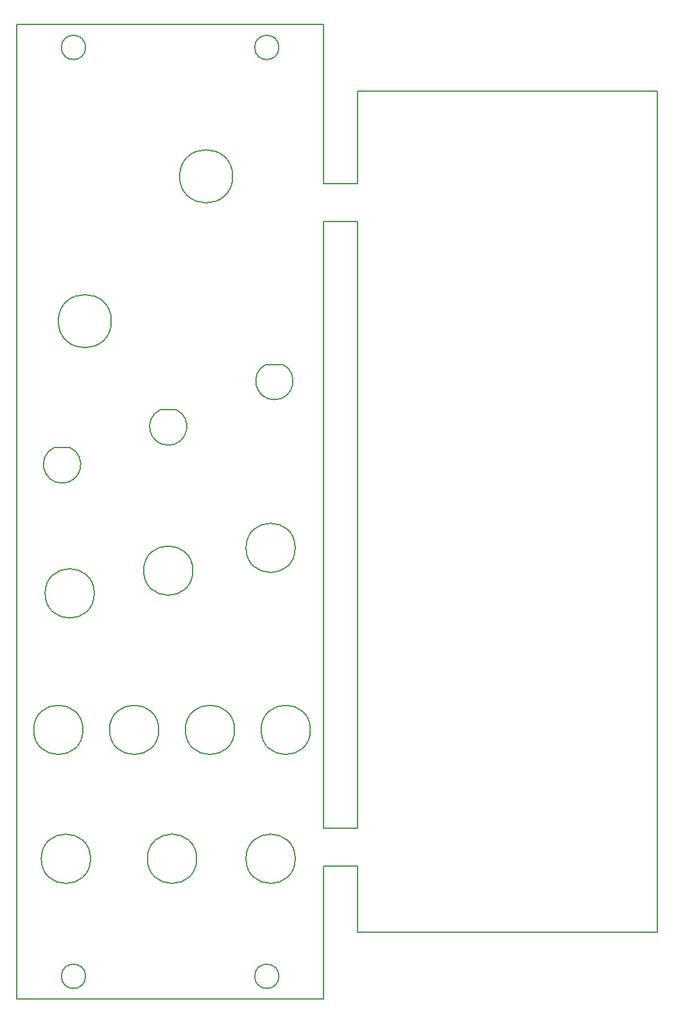
<source format=gm1>
G04 #@! TF.GenerationSoftware,KiCad,Pcbnew,(5.0.1-3-g963ef8bb5)*
G04 #@! TF.CreationDate,2021-05-28T19:59:00+02:00*
G04 #@! TF.ProjectId,Schraeg,536368726165672E6B696361645F7063,rev?*
G04 #@! TF.SameCoordinates,Original*
G04 #@! TF.FileFunction,Profile,NP*
%FSLAX46Y46*%
G04 Gerber Fmt 4.6, Leading zero omitted, Abs format (unit mm)*
G04 Created by KiCad (PCBNEW (5.0.1-3-g963ef8bb5)) date Friday, 28 May 2021 at 19:59:00*
%MOMM*%
%LPD*%
G01*
G04 APERTURE LIST*
%ADD10C,0.150000*%
G04 APERTURE END LIST*
D10*
X35099999Y-44799999D02*
G75*
G02X32900000Y-44800000I-1099999J-2200001D01*
G01*
X32900000Y-44800000D02*
X35100000Y-44800000D01*
X18900000Y-50800000D02*
X21100000Y-50800000D01*
X21099999Y-50799999D02*
G75*
G02X18900000Y-50800000I-1099999J-2200001D01*
G01*
X4900000Y-55800000D02*
X7100000Y-55800000D01*
X34600000Y-125500000D02*
G75*
G03X34600000Y-125500000I-1600000J0D01*
G01*
X9100000Y-125500000D02*
G75*
G03X9100000Y-125500000I-1600000J0D01*
G01*
X34600000Y-3000000D02*
G75*
G03X34600000Y-3000000I-1600000J0D01*
G01*
X9100000Y-3000000D02*
G75*
G03X9100000Y-3000000I-1600000J0D01*
G01*
X28500000Y-20000000D02*
G75*
G03X28500000Y-20000000I-3500000J0D01*
G01*
X12500000Y-39100000D02*
G75*
G03X12500000Y-39100000I-3500000J0D01*
G01*
X7099999Y-55799999D02*
G75*
G02X4900000Y-55800000I-1099999J-2200001D01*
G01*
X36744996Y-69000000D02*
G75*
G03X36744996Y-69000000I-3244996J0D01*
G01*
X23244996Y-72000000D02*
G75*
G03X23244996Y-72000000I-3244996J0D01*
G01*
X10244996Y-75000000D02*
G75*
G03X10244996Y-75000000I-3244996J0D01*
G01*
X38750000Y-93000000D02*
G75*
G03X38750000Y-93000000I-3250000J0D01*
G01*
X28750000Y-93000000D02*
G75*
G03X28750000Y-93000000I-3250000J0D01*
G01*
X18750000Y-93000000D02*
G75*
G03X18750000Y-93000000I-3250000J0D01*
G01*
X8750000Y-93000000D02*
G75*
G03X8750000Y-93000000I-3250000J0D01*
G01*
X36750000Y-110000000D02*
G75*
G03X36750000Y-110000000I-3250000J0D01*
G01*
X23750000Y-110000000D02*
G75*
G03X23750000Y-110000000I-3250000J0D01*
G01*
X9750000Y-110000000D02*
G75*
G03X9750000Y-110000000I-3250000J0D01*
G01*
X40500000Y-106000000D02*
X40500000Y-26000000D01*
X45000000Y-106000000D02*
X40500000Y-106000000D01*
X45000000Y-26000000D02*
X45000000Y-106000000D01*
X40500000Y-26000000D02*
X45000000Y-26000000D01*
X0Y-128500000D02*
X0Y0D01*
X40500000Y-128500000D02*
X0Y-128500000D01*
X40500000Y-111000000D02*
X40500000Y-128500000D01*
X45000000Y-111000000D02*
X40500000Y-111000000D01*
X45000000Y-119700000D02*
X45000000Y-111000000D01*
X84500000Y-119700000D02*
X45000000Y-119700000D01*
X84500000Y-8800000D02*
X84500000Y-119700000D01*
X45000000Y-8800000D02*
X84500000Y-8800000D01*
X45000000Y-21000000D02*
X45000000Y-8800000D01*
X40500000Y-21000000D02*
X45000000Y-21000000D01*
X40500000Y0D02*
X40500000Y-21000000D01*
X0Y0D02*
X40500000Y0D01*
M02*

</source>
